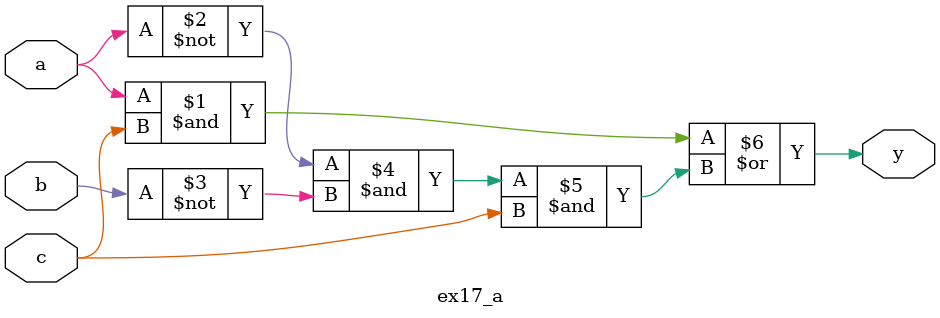
<source format=sv>
module ex17_a(input a, b, c, output y);
	assign y = (a & c) | (~a & ~b & c);
endmodule

</source>
